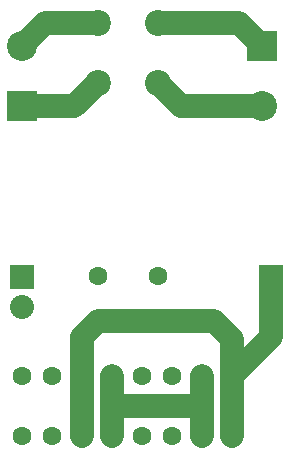
<source format=gtl>
G04 #@! TF.FileFunction,Copper,L1,Top,Signal*
%FSLAX46Y46*%
G04 Gerber Fmt 4.6, Leading zero omitted, Abs format (unit mm)*
G04 Created by KiCad (PCBNEW 4.0.0-stable) date 04.02.2016 17:28:42*
%MOMM*%
G01*
G04 APERTURE LIST*
%ADD10C,0.100000*%
%ADD11C,1.600000*%
%ADD12R,2.540000X2.540000*%
%ADD13C,2.540000*%
%ADD14C,2.200000*%
%ADD15R,2.032000X2.032000*%
%ADD16O,2.032000X2.032000*%
%ADD17C,2.000000*%
G04 APERTURE END LIST*
D10*
D11*
X142240000Y-109220000D03*
X142240000Y-114300000D03*
X144780000Y-109220000D03*
X144780000Y-114300000D03*
X139700000Y-114300000D03*
X139700000Y-109220000D03*
X147320000Y-114300000D03*
X147320000Y-109220000D03*
X149860000Y-114300000D03*
X152400000Y-114300000D03*
X154940000Y-114300000D03*
X157480000Y-114300000D03*
X149860000Y-109220000D03*
X152400000Y-109220000D03*
X154940000Y-109220000D03*
X157480000Y-109220000D03*
D12*
X160020000Y-81280000D03*
D13*
X160020000Y-86360000D03*
D12*
X139700000Y-86360000D03*
D13*
X139700000Y-81280000D03*
D11*
X151200000Y-100760000D03*
D14*
X151200000Y-84380000D03*
X151200000Y-79340000D03*
D11*
X151200000Y-104540000D03*
X146120000Y-100760000D03*
D14*
X146120000Y-84380000D03*
X146120000Y-79340000D03*
D11*
X146120000Y-104540000D03*
D15*
X139700000Y-100838000D03*
D16*
X139700000Y-103378000D03*
D15*
X160782000Y-100838000D03*
D16*
X160782000Y-103378000D03*
D17*
X160782000Y-103378000D02*
X160782000Y-100838000D01*
X157480000Y-109220000D02*
X160782000Y-105918000D01*
X160782000Y-105918000D02*
X160782000Y-103378000D01*
X151200000Y-104540000D02*
X155975000Y-104540000D01*
X157480000Y-106045000D02*
X157480000Y-109220000D01*
X155975000Y-104540000D02*
X157480000Y-106045000D01*
X146120000Y-104540000D02*
X151200000Y-104540000D01*
X144780000Y-109220000D02*
X144780000Y-105880000D01*
X144780000Y-105880000D02*
X146120000Y-104540000D01*
X144780000Y-114300000D02*
X144780000Y-109220000D01*
X157480000Y-114300000D02*
X157480000Y-109220000D01*
X151200000Y-79340000D02*
X158080000Y-79340000D01*
X158080000Y-79340000D02*
X160020000Y-81280000D01*
X160020000Y-86360000D02*
X153180000Y-86360000D01*
X153180000Y-86360000D02*
X151200000Y-84380000D01*
X139700000Y-86360000D02*
X144140000Y-86360000D01*
X144140000Y-86360000D02*
X146120000Y-84380000D01*
X146120000Y-79340000D02*
X141640000Y-79340000D01*
X141640000Y-79340000D02*
X139700000Y-81280000D01*
X154940000Y-111760000D02*
X147320000Y-111760000D01*
X147320000Y-111760000D02*
X148082000Y-111760000D01*
X148082000Y-111760000D02*
X147320000Y-111760000D01*
X154940000Y-109220000D02*
X154940000Y-111760000D01*
X154940000Y-111760000D02*
X154940000Y-114300000D01*
X147320000Y-109220000D02*
X147320000Y-111760000D01*
X147320000Y-111760000D02*
X147320000Y-114300000D01*
M02*

</source>
